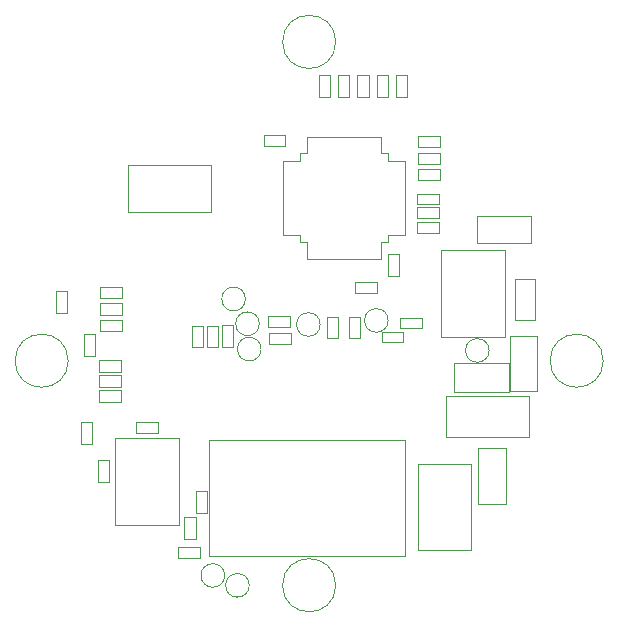
<source format=gbr>
%TF.GenerationSoftware,KiCad,Pcbnew,(5.1.10)-1*%
%TF.CreationDate,2022-01-29T15:25:58-05:00*%
%TF.ProjectId,CAN_Gauge,43414e5f-4761-4756-9765-2e6b69636164,rev?*%
%TF.SameCoordinates,Original*%
%TF.FileFunction,Other,User*%
%FSLAX46Y46*%
G04 Gerber Fmt 4.6, Leading zero omitted, Abs format (unit mm)*
G04 Created by KiCad (PCBNEW (5.1.10)-1) date 2022-01-29 15:25:58*
%MOMM*%
%LPD*%
G01*
G04 APERTURE LIST*
%ADD10C,0.050000*%
G04 APERTURE END LIST*
D10*
%TO.C,TP7*%
X139993600Y-95176200D02*
G75*
G03*
X139993600Y-95176200I-1000000J0D01*
G01*
%TO.C,TP2*%
X134240500Y-95519100D02*
G75*
G03*
X134240500Y-95519100I-1000000J0D01*
G01*
%TO.C,U1*%
X131100400Y-81637600D02*
X131100400Y-84787600D01*
X132500400Y-81637600D02*
X131100400Y-81637600D01*
X132500400Y-81037600D02*
X132500400Y-81637600D01*
X133100400Y-81037600D02*
X132500400Y-81037600D01*
X133100400Y-79637600D02*
X133100400Y-81037600D01*
X136250400Y-79637600D02*
X133100400Y-79637600D01*
X141400400Y-81637600D02*
X141400400Y-84787600D01*
X140000400Y-81637600D02*
X141400400Y-81637600D01*
X140000400Y-81037600D02*
X140000400Y-81637600D01*
X139400400Y-81037600D02*
X140000400Y-81037600D01*
X139400400Y-79637600D02*
X139400400Y-81037600D01*
X136250400Y-79637600D02*
X139400400Y-79637600D01*
X131100400Y-87937600D02*
X131100400Y-84787600D01*
X132500400Y-87937600D02*
X131100400Y-87937600D01*
X132500400Y-88537600D02*
X132500400Y-87937600D01*
X133100400Y-88537600D02*
X132500400Y-88537600D01*
X133100400Y-89937600D02*
X133100400Y-88537600D01*
X136250400Y-89937600D02*
X133100400Y-89937600D01*
X141400400Y-87937600D02*
X141400400Y-84787600D01*
X140000400Y-87937600D02*
X141400400Y-87937600D01*
X140000400Y-88537600D02*
X140000400Y-87937600D01*
X139400400Y-88537600D02*
X140000400Y-88537600D01*
X139400400Y-89937600D02*
X139400400Y-88537600D01*
X136250400Y-89937600D02*
X139400400Y-89937600D01*
%TO.C,TP8*%
X129084300Y-95455600D02*
G75*
G03*
X129084300Y-95455600I-1000000J0D01*
G01*
%TO.C,C10*%
X145546300Y-101214900D02*
X145546300Y-98814900D01*
X145546300Y-98814900D02*
X150246300Y-98814900D01*
X150246300Y-98814900D02*
X150246300Y-101214900D01*
X150246300Y-101214900D02*
X145546300Y-101214900D01*
%TO.C,J1*%
X124967600Y-86000200D02*
X117967600Y-86000200D01*
X117967600Y-86000200D02*
X117967600Y-82000200D01*
X117967600Y-82000200D02*
X124967600Y-82000200D01*
X124967600Y-82000200D02*
X124967600Y-86000200D01*
%TO.C,TP6*%
X129236700Y-97601900D02*
G75*
G03*
X129236700Y-97601900I-1000000J0D01*
G01*
%TO.C,C17*%
X123420600Y-97432400D02*
X123420600Y-95612400D01*
X124340600Y-97432400D02*
X123420600Y-97432400D01*
X124340600Y-95612400D02*
X124340600Y-97432400D01*
X123420600Y-95612400D02*
X124340600Y-95612400D01*
%TO.C,R24*%
X131795600Y-97144800D02*
X129935600Y-97144800D01*
X131795600Y-96204800D02*
X131795600Y-97144800D01*
X129935600Y-96204800D02*
X131795600Y-96204800D01*
X129935600Y-97144800D02*
X129935600Y-96204800D01*
%TO.C,TP1*%
X127903200Y-93360100D02*
G75*
G03*
X127903200Y-93360100I-1000000J0D01*
G01*
%TO.C,TP5*%
X126150600Y-116766200D02*
G75*
G03*
X126150600Y-116766200I-1000000J0D01*
G01*
%TO.C,TP4*%
X128233400Y-117604400D02*
G75*
G03*
X128233400Y-117604400I-1000000J0D01*
G01*
%TO.C,TP3*%
X148540700Y-97716200D02*
G75*
G03*
X148540700Y-97716200I-1000000J0D01*
G01*
%TO.C,R20*%
X122750200Y-111797600D02*
X123690200Y-111797600D01*
X123690200Y-111797600D02*
X123690200Y-113657600D01*
X123690200Y-113657600D02*
X122750200Y-113657600D01*
X122750200Y-113657600D02*
X122750200Y-111797600D01*
%TO.C,L1*%
X152467400Y-91673600D02*
X152467400Y-95173600D01*
X150767400Y-91673600D02*
X152467400Y-91673600D01*
X150767400Y-95173600D02*
X150767400Y-91673600D01*
X152467400Y-95173600D02*
X150767400Y-95173600D01*
%TO.C,C11*%
X147488600Y-86330000D02*
X152088600Y-86330000D01*
X147488600Y-88630000D02*
X147488600Y-86330000D01*
X152088600Y-88630000D02*
X147488600Y-88630000D01*
X152088600Y-86330000D02*
X152088600Y-88630000D01*
%TO.C,D12*%
X152589600Y-96458400D02*
X152589600Y-101158400D01*
X152589600Y-101158400D02*
X150289600Y-101158400D01*
X150289600Y-101158400D02*
X150289600Y-96458400D01*
X152589600Y-96458400D02*
X150289600Y-96458400D01*
%TO.C,U3*%
X149872400Y-89215600D02*
X144472400Y-89215600D01*
X144472400Y-89215600D02*
X144472400Y-96615600D01*
X144472400Y-96615600D02*
X149872400Y-96615600D01*
X149872400Y-96615600D02*
X149872400Y-89215600D01*
%TO.C,L2*%
X144315800Y-86832200D02*
X144315800Y-87772200D01*
X144315800Y-87772200D02*
X142455800Y-87772200D01*
X142455800Y-87772200D02*
X142455800Y-86832200D01*
X142455800Y-86832200D02*
X144315800Y-86832200D01*
%TO.C,J2*%
X141442000Y-115088000D02*
X124802000Y-115088000D01*
X124802000Y-115088000D02*
X124802000Y-105318000D01*
X124802000Y-105318000D02*
X141442000Y-105318000D01*
X141442000Y-105318000D02*
X141442000Y-115088000D01*
%TO.C,H4*%
X135554000Y-71592000D02*
G75*
G03*
X135554000Y-71592000I-2250000J0D01*
G01*
%TO.C,R30*%
X114927200Y-103745800D02*
X114927200Y-105605800D01*
X113987200Y-103745800D02*
X114927200Y-103745800D01*
X113987200Y-105605800D02*
X113987200Y-103745800D01*
X114927200Y-105605800D02*
X113987200Y-105605800D01*
%TO.C,R29*%
X111879000Y-94506000D02*
X111879000Y-92646000D01*
X112819000Y-94506000D02*
X111879000Y-94506000D01*
X112819000Y-92646000D02*
X112819000Y-94506000D01*
X111879000Y-92646000D02*
X112819000Y-92646000D01*
%TO.C,R21*%
X134116700Y-76294200D02*
X134116700Y-74434200D01*
X135056700Y-76294200D02*
X134116700Y-76294200D01*
X135056700Y-74434200D02*
X135056700Y-76294200D01*
X134116700Y-74434200D02*
X135056700Y-74434200D01*
%TO.C,H3*%
X158204578Y-98585908D02*
G75*
G03*
X158204578Y-98585908I-2250000J0D01*
G01*
%TO.C,H2*%
X112903422Y-98585908D02*
G75*
G03*
X112903422Y-98585908I-2250000J0D01*
G01*
%TO.C,H1*%
X135554000Y-117592000D02*
G75*
G03*
X135554000Y-117592000I-2250000J0D01*
G01*
%TO.C,D22*%
X142484000Y-107325000D02*
X146984000Y-107325000D01*
X142484000Y-114625000D02*
X142484000Y-107325000D01*
X146984000Y-114625000D02*
X142484000Y-114625000D01*
X146984000Y-107325000D02*
X146984000Y-114625000D01*
%TO.C,C9*%
X147598000Y-106008800D02*
X149998000Y-106008800D01*
X149998000Y-106008800D02*
X149998000Y-110708800D01*
X149998000Y-110708800D02*
X147598000Y-110708800D01*
X147598000Y-110708800D02*
X147598000Y-106008800D01*
%TO.C,R26*%
X125950600Y-97452400D02*
X125950600Y-95592400D01*
X126890600Y-97452400D02*
X125950600Y-97452400D01*
X126890600Y-95592400D02*
X126890600Y-97452400D01*
X125950600Y-95592400D02*
X126890600Y-95592400D01*
%TO.C,R25*%
X129859400Y-94782400D02*
X131719400Y-94782400D01*
X129859400Y-95722400D02*
X129859400Y-94782400D01*
X131719400Y-95722400D02*
X129859400Y-95722400D01*
X131719400Y-94782400D02*
X131719400Y-95722400D01*
%TO.C,C18*%
X142824600Y-95852100D02*
X141004600Y-95852100D01*
X142824600Y-94932100D02*
X142824600Y-95852100D01*
X141004600Y-94932100D02*
X142824600Y-94932100D01*
X141004600Y-95852100D02*
X141004600Y-94932100D01*
%TO.C,C16*%
X141262500Y-97033200D02*
X139442500Y-97033200D01*
X141262500Y-96113200D02*
X141262500Y-97033200D01*
X139442500Y-96113200D02*
X141262500Y-96113200D01*
X139442500Y-97033200D02*
X139442500Y-96113200D01*
%TO.C,C15*%
X124685600Y-97432400D02*
X124685600Y-95612400D01*
X125605600Y-97432400D02*
X124685600Y-97432400D01*
X125605600Y-95612400D02*
X125605600Y-97432400D01*
X124685600Y-95612400D02*
X125605600Y-95612400D01*
%TO.C,C14*%
X134850600Y-96695800D02*
X134850600Y-94875800D01*
X135770600Y-96695800D02*
X134850600Y-96695800D01*
X135770600Y-94875800D02*
X135770600Y-96695800D01*
X134850600Y-94875800D02*
X135770600Y-94875800D01*
%TO.C,C13*%
X136717500Y-96695800D02*
X136717500Y-94875800D01*
X137637500Y-96695800D02*
X136717500Y-96695800D01*
X137637500Y-94875800D02*
X137637500Y-96695800D01*
X136717500Y-94875800D02*
X137637500Y-94875800D01*
%TO.C,C8*%
X124028600Y-114375800D02*
X124028600Y-115295800D01*
X124028600Y-115295800D02*
X122208600Y-115295800D01*
X122208600Y-115295800D02*
X122208600Y-114375800D01*
X122208600Y-114375800D02*
X124028600Y-114375800D01*
%TO.C,C7*%
X123725400Y-109658600D02*
X124645400Y-109658600D01*
X124645400Y-109658600D02*
X124645400Y-111478600D01*
X124645400Y-111478600D02*
X123725400Y-111478600D01*
X123725400Y-111478600D02*
X123725400Y-109658600D01*
%TO.C,C5*%
X118678000Y-104704000D02*
X118678000Y-103784000D01*
X118678000Y-103784000D02*
X120498000Y-103784000D01*
X120498000Y-103784000D02*
X120498000Y-104704000D01*
X120498000Y-104704000D02*
X118678000Y-104704000D01*
%TO.C,C4*%
X142477800Y-85349200D02*
X142477800Y-84429200D01*
X142477800Y-84429200D02*
X144297800Y-84429200D01*
X144297800Y-84429200D02*
X144297800Y-85349200D01*
X144297800Y-85349200D02*
X142477800Y-85349200D01*
%TO.C,C3*%
X142477800Y-86492200D02*
X142477800Y-85572200D01*
X142477800Y-85572200D02*
X144297800Y-85572200D01*
X144297800Y-85572200D02*
X144297800Y-86492200D01*
X144297800Y-86492200D02*
X142477800Y-86492200D01*
%TO.C,C2*%
X140006800Y-89567200D02*
X140926800Y-89567200D01*
X140926800Y-89567200D02*
X140926800Y-91387200D01*
X140926800Y-91387200D02*
X140006800Y-91387200D01*
X140006800Y-91387200D02*
X140006800Y-89567200D01*
%TO.C,C1*%
X131293000Y-79476200D02*
X131293000Y-80396200D01*
X131293000Y-80396200D02*
X129473000Y-80396200D01*
X129473000Y-80396200D02*
X129473000Y-79476200D01*
X129473000Y-79476200D02*
X131293000Y-79476200D01*
%TO.C,R19*%
X135755000Y-74434200D02*
X136695000Y-74434200D01*
X136695000Y-74434200D02*
X136695000Y-76294200D01*
X136695000Y-76294200D02*
X135755000Y-76294200D01*
X135755000Y-76294200D02*
X135755000Y-74434200D01*
%TO.C,R18*%
X137393300Y-76294200D02*
X137393300Y-74434200D01*
X138333300Y-76294200D02*
X137393300Y-76294200D01*
X138333300Y-74434200D02*
X138333300Y-76294200D01*
X137393300Y-74434200D02*
X138333300Y-74434200D01*
%TO.C,R17*%
X140669900Y-74434200D02*
X141609900Y-74434200D01*
X141609900Y-74434200D02*
X141609900Y-76294200D01*
X141609900Y-76294200D02*
X140669900Y-76294200D01*
X140669900Y-76294200D02*
X140669900Y-74434200D01*
%TO.C,R16*%
X139031600Y-74434200D02*
X139971600Y-74434200D01*
X139971600Y-74434200D02*
X139971600Y-76294200D01*
X139971600Y-76294200D02*
X139031600Y-76294200D01*
X139031600Y-76294200D02*
X139031600Y-74434200D01*
%TO.C,R15*%
X117343000Y-101107000D02*
X117343000Y-102047000D01*
X117343000Y-102047000D02*
X115483000Y-102047000D01*
X115483000Y-102047000D02*
X115483000Y-101107000D01*
X115483000Y-101107000D02*
X117343000Y-101107000D01*
%TO.C,R14*%
X117343000Y-99837000D02*
X117343000Y-100777000D01*
X117343000Y-100777000D02*
X115483000Y-100777000D01*
X115483000Y-100777000D02*
X115483000Y-99837000D01*
X115483000Y-99837000D02*
X117343000Y-99837000D01*
%TO.C,R13*%
X117470000Y-95138000D02*
X117470000Y-96078000D01*
X117470000Y-96078000D02*
X115610000Y-96078000D01*
X115610000Y-96078000D02*
X115610000Y-95138000D01*
X115610000Y-95138000D02*
X117470000Y-95138000D01*
%TO.C,R12*%
X115610000Y-94681000D02*
X115610000Y-93741000D01*
X115610000Y-93741000D02*
X117470000Y-93741000D01*
X117470000Y-93741000D02*
X117470000Y-94681000D01*
X117470000Y-94681000D02*
X115610000Y-94681000D01*
%TO.C,R11*%
X117470000Y-92344000D02*
X117470000Y-93284000D01*
X117470000Y-93284000D02*
X115610000Y-93284000D01*
X115610000Y-93284000D02*
X115610000Y-92344000D01*
X115610000Y-92344000D02*
X117470000Y-92344000D01*
%TO.C,R10*%
X117343000Y-98567000D02*
X117343000Y-99507000D01*
X117343000Y-99507000D02*
X115483000Y-99507000D01*
X115483000Y-99507000D02*
X115483000Y-98567000D01*
X115483000Y-98567000D02*
X117343000Y-98567000D01*
%TO.C,R1*%
X137174600Y-92877600D02*
X137174600Y-91937600D01*
X137174600Y-91937600D02*
X139034600Y-91937600D01*
X139034600Y-91937600D02*
X139034600Y-92877600D01*
X139034600Y-92877600D02*
X137174600Y-92877600D01*
%TO.C,D21*%
X144891600Y-101579600D02*
X151891600Y-101579600D01*
X151891600Y-101579600D02*
X151891600Y-105079600D01*
X151891600Y-105079600D02*
X144891600Y-105079600D01*
X144891600Y-105079600D02*
X144891600Y-101579600D01*
%TO.C,R9*%
X115435000Y-108884400D02*
X115435000Y-107024400D01*
X116375000Y-108884400D02*
X115435000Y-108884400D01*
X116375000Y-107024400D02*
X116375000Y-108884400D01*
X115435000Y-107024400D02*
X116375000Y-107024400D01*
%TO.C,R8*%
X142559400Y-80964800D02*
X144419400Y-80964800D01*
X142559400Y-81904800D02*
X142559400Y-80964800D01*
X144419400Y-81904800D02*
X142559400Y-81904800D01*
X144419400Y-80964800D02*
X144419400Y-81904800D01*
%TO.C,R7*%
X142559400Y-79593200D02*
X144419400Y-79593200D01*
X142559400Y-80533200D02*
X142559400Y-79593200D01*
X144419400Y-80533200D02*
X142559400Y-80533200D01*
X144419400Y-79593200D02*
X144419400Y-80533200D01*
%TO.C,R3*%
X115206600Y-96329000D02*
X115206600Y-98189000D01*
X114266600Y-96329000D02*
X115206600Y-96329000D01*
X114266600Y-98189000D02*
X114266600Y-96329000D01*
X115206600Y-98189000D02*
X114266600Y-98189000D01*
%TO.C,R2*%
X142559400Y-82336400D02*
X144419400Y-82336400D01*
X142559400Y-83276400D02*
X142559400Y-82336400D01*
X144419400Y-83276400D02*
X142559400Y-83276400D01*
X144419400Y-82336400D02*
X144419400Y-83276400D01*
%TO.C,U2*%
X122288000Y-112516000D02*
X122288000Y-105116000D01*
X116888000Y-112516000D02*
X122288000Y-112516000D01*
X116888000Y-105116000D02*
X116888000Y-112516000D01*
X122288000Y-105116000D02*
X116888000Y-105116000D01*
%TD*%
M02*

</source>
